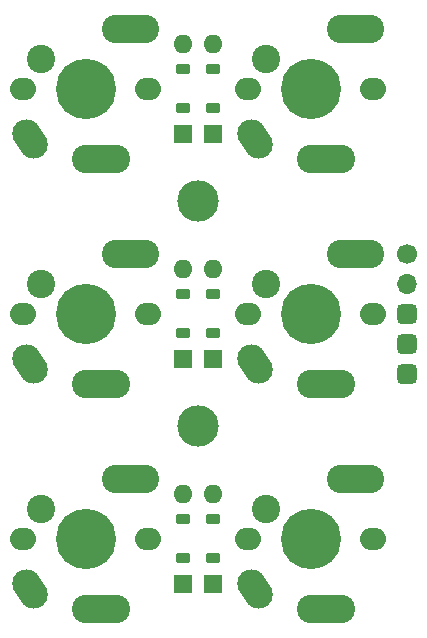
<source format=gbs>
G04 #@! TF.GenerationSoftware,KiCad,Pcbnew,7.0.5*
G04 #@! TF.CreationDate,2023-08-16T13:58:26+08:00*
G04 #@! TF.ProjectId,LB,4c422e6b-6963-4616-945f-706362585858,rev?*
G04 #@! TF.SameCoordinates,Original*
G04 #@! TF.FileFunction,Soldermask,Bot*
G04 #@! TF.FilePolarity,Negative*
%FSLAX46Y46*%
G04 Gerber Fmt 4.6, Leading zero omitted, Abs format (unit mm)*
G04 Created by KiCad (PCBNEW 7.0.5) date 2023-08-16 13:58:26*
%MOMM*%
%LPD*%
G01*
G04 APERTURE LIST*
G04 Aperture macros list*
%AMRoundRect*
0 Rectangle with rounded corners*
0 $1 Rounding radius*
0 $2 $3 $4 $5 $6 $7 $8 $9 X,Y pos of 4 corners*
0 Add a 4 corners polygon primitive as box body*
4,1,4,$2,$3,$4,$5,$6,$7,$8,$9,$2,$3,0*
0 Add four circle primitives for the rounded corners*
1,1,$1+$1,$2,$3*
1,1,$1+$1,$4,$5*
1,1,$1+$1,$6,$7*
1,1,$1+$1,$8,$9*
0 Add four rect primitives between the rounded corners*
20,1,$1+$1,$2,$3,$4,$5,0*
20,1,$1+$1,$4,$5,$6,$7,0*
20,1,$1+$1,$6,$7,$8,$9,0*
20,1,$1+$1,$8,$9,$2,$3,0*%
%AMHorizOval*
0 Thick line with rounded ends*
0 $1 width*
0 $2 $3 position (X,Y) of the first rounded end (center of the circle)*
0 $4 $5 position (X,Y) of the second rounded end (center of the circle)*
0 Add line between two ends*
20,1,$1,$2,$3,$4,$5,0*
0 Add two circle primitives to create the rounded ends*
1,1,$1,$2,$3*
1,1,$1,$4,$5*%
%AMOutline4P*
0 Free polygon, 4 corners , with rotation*
0 The origin of the aperture is its center*
0 number of corners: always 4*
0 $1 to $8 corner X, Y*
0 $9 Rotation angle, in degrees counterclockwise*
0 create outline with 4 corners*
4,1,4,$1,$2,$3,$4,$5,$6,$7,$8,$1,$2,$9*%
G04 Aperture macros list end*
%ADD10O,2.200000X1.900000*%
%ADD11C,5.100000*%
%ADD12HorizOval,2.400000X-0.305164X0.457575X0.305164X-0.457575X0*%
%ADD13C,2.400000*%
%ADD14Outline4P,-1.150000X-1.200000X1.150000X-1.200000X1.150000X1.200000X-1.150000X1.200000X0.000000*%
%ADD15Outline4P,-1.200000X-1.200000X1.200000X-1.200000X1.200000X1.200000X-1.200000X1.200000X0.000000*%
%ADD16C,3.500000*%
%ADD17C,1.700000*%
%ADD18O,1.700000X1.700000*%
%ADD19RoundRect,0.425000X-0.425000X-0.425000X0.425000X-0.425000X0.425000X0.425000X-0.425000X0.425000X0*%
%ADD20R,1.600000X1.600000*%
%ADD21RoundRect,0.225000X0.375000X-0.225000X0.375000X0.225000X-0.375000X0.225000X-0.375000X-0.225000X0*%
%ADD22O,1.600000X1.600000*%
G04 APERTURE END LIST*
D10*
X136810000Y-54430000D03*
D11*
X142110000Y-54430000D03*
D10*
X147410000Y-54430000D03*
D12*
X137410000Y-58680000D03*
D13*
X138300000Y-51890000D03*
X142110000Y-60330000D03*
D14*
X143410000Y-60330000D03*
D13*
X144650000Y-49330000D03*
X144710000Y-60330000D03*
D15*
X145880000Y-49330000D03*
D13*
X147110000Y-49330000D03*
D10*
X117760000Y-54430000D03*
D11*
X123060000Y-54430000D03*
D10*
X128360000Y-54430000D03*
D12*
X118360000Y-58680000D03*
D13*
X119250000Y-51890000D03*
X123060000Y-60330000D03*
D14*
X124360000Y-60330000D03*
D13*
X125600000Y-49330000D03*
X125660000Y-60330000D03*
D15*
X126830000Y-49330000D03*
D13*
X128060000Y-49330000D03*
D16*
X132585000Y-83005000D03*
X132585000Y-63955000D03*
D10*
X117760000Y-92530000D03*
D11*
X123060000Y-92530000D03*
D10*
X128360000Y-92530000D03*
D12*
X118360000Y-96780000D03*
D13*
X119250000Y-89990000D03*
X123060000Y-98430000D03*
D14*
X124360000Y-98430000D03*
D13*
X125600000Y-87430000D03*
X125660000Y-98430000D03*
D15*
X126830000Y-87430000D03*
D13*
X128060000Y-87430000D03*
D10*
X136810000Y-73480000D03*
D11*
X142110000Y-73480000D03*
D10*
X147410000Y-73480000D03*
D12*
X137410000Y-77730000D03*
D13*
X138300000Y-70940000D03*
X142110000Y-79380000D03*
D14*
X143410000Y-79380000D03*
D13*
X144650000Y-68380000D03*
X144710000Y-79380000D03*
D15*
X145880000Y-68380000D03*
D13*
X147110000Y-68380000D03*
D10*
X136810000Y-92530000D03*
D11*
X142110000Y-92530000D03*
D10*
X147410000Y-92530000D03*
D12*
X137410000Y-96780000D03*
D13*
X138300000Y-89990000D03*
X142110000Y-98430000D03*
D14*
X143410000Y-98430000D03*
D13*
X144650000Y-87430000D03*
X144710000Y-98430000D03*
D15*
X145880000Y-87430000D03*
D13*
X147110000Y-87430000D03*
D10*
X117760000Y-73480000D03*
D11*
X123060000Y-73480000D03*
D10*
X128360000Y-73480000D03*
D12*
X118360000Y-77730000D03*
D13*
X119250000Y-70940000D03*
X123060000Y-79380000D03*
D14*
X124360000Y-79380000D03*
D13*
X125600000Y-68380000D03*
X125660000Y-79380000D03*
D15*
X126830000Y-68380000D03*
D13*
X128060000Y-68380000D03*
D17*
X150230000Y-68400000D03*
D18*
X150230000Y-70940000D03*
D19*
X150230000Y-73480000D03*
X150230000Y-76020000D03*
X150230000Y-78560000D03*
D20*
X131315000Y-77280000D03*
D21*
X131315000Y-75130000D03*
X131315000Y-71830000D03*
D22*
X131315000Y-69680000D03*
D20*
X133855000Y-96330000D03*
D21*
X133855000Y-94180000D03*
X133855000Y-90880000D03*
D22*
X133855000Y-88730000D03*
D20*
X131315000Y-96330000D03*
D21*
X131315000Y-94180000D03*
X131315000Y-90880000D03*
D22*
X131315000Y-88730000D03*
D20*
X131315000Y-58230000D03*
D21*
X131315000Y-56080000D03*
X131315000Y-52780000D03*
D22*
X131315000Y-50630000D03*
D20*
X133855000Y-77280000D03*
D21*
X133855000Y-75130000D03*
X133855000Y-71830000D03*
D22*
X133855000Y-69680000D03*
D20*
X133855000Y-58230000D03*
D21*
X133855000Y-56080000D03*
X133855000Y-52780000D03*
D22*
X133855000Y-50630000D03*
M02*

</source>
